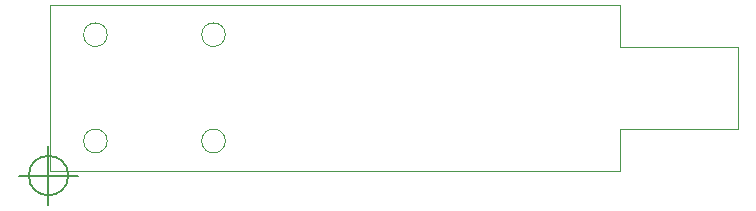
<source format=gbr>
%TF.GenerationSoftware,KiCad,Pcbnew,(2017-10-17 revision 537804b)-master*%
%TF.CreationDate,2018-05-17T21:35:02+10:00*%
%TF.ProjectId,carvey,6361727665792E6B696361645F706362,rev?*%
%TF.SameCoordinates,PX792a110PY61e5090*%
%TF.FileFunction,Profile,NP*%
%FSLAX46Y46*%
G04 Gerber Fmt 4.6, Leading zero omitted, Abs format (unit mm)*
G04 Created by KiCad (PCBNEW (2017-10-17 revision 537804b)-master) date Thursday, 17 May 2018 'PMt' 21:35:02*
%MOMM*%
%LPD*%
G01*
G04 APERTURE LIST*
%ADD10C,0.100000*%
%ADD11C,0.150000*%
G04 APERTURE END LIST*
D10*
X0Y425000D02*
X0Y2925000D01*
X48200000Y425000D02*
X0Y425000D01*
X48200000Y425000D02*
X48200000Y2925000D01*
X4800000Y11925000D02*
G75*
G03X4800000Y11925000I-1000000J0D01*
G01*
X48200000Y3925000D02*
X58200000Y3925000D01*
X48200000Y10925000D02*
X48200000Y11925000D01*
X48200000Y14425000D02*
X48200000Y11925000D01*
X58200000Y10925000D02*
X48200000Y10925000D01*
X14800000Y11925000D02*
G75*
G03X14800000Y11925000I-1000000J0D01*
G01*
X58200000Y10925000D02*
X58200000Y3925000D01*
X4800000Y2925000D02*
G75*
G03X4800000Y2925000I-1000000J0D01*
G01*
X0Y14425000D02*
X48200000Y14425000D01*
X14800000Y2925000D02*
G75*
G03X14800000Y2925000I-1000000J0D01*
G01*
X0Y2925000D02*
X0Y11925000D01*
X0Y14425000D02*
X0Y11925000D01*
X48200000Y2925000D02*
X48200000Y3925000D01*
D11*
X1491666Y0D02*
G75*
G03X1491666Y0I-1666666J0D01*
G01*
X-2675000Y0D02*
X2325000Y0D01*
X-175000Y2500000D02*
X-175000Y-2500000D01*
M02*

</source>
